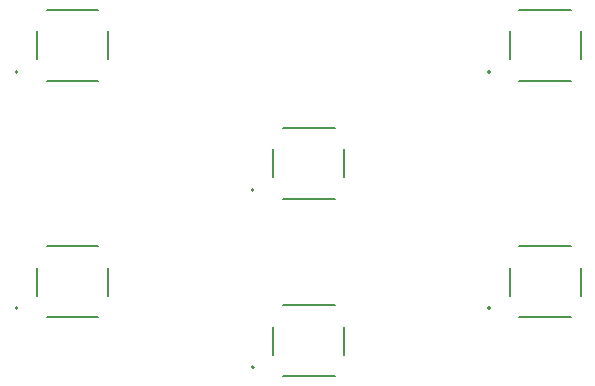
<source format=gbr>
%TF.GenerationSoftware,KiCad,Pcbnew,(6.0.9)*%
%TF.CreationDate,2023-03-01T09:46:18+01:00*%
%TF.ProjectId,input-panel,696e7075-742d-4706-916e-656c2e6b6963,rev?*%
%TF.SameCoordinates,Original*%
%TF.FileFunction,Legend,Top*%
%TF.FilePolarity,Positive*%
%FSLAX46Y46*%
G04 Gerber Fmt 4.6, Leading zero omitted, Abs format (unit mm)*
G04 Created by KiCad (PCBNEW (6.0.9)) date 2023-03-01 09:46:18*
%MOMM*%
%LPD*%
G01*
G04 APERTURE LIST*
%ADD10C,0.127000*%
%ADD11C,0.200000*%
G04 APERTURE END LIST*
D10*
%TO.C,S6*%
X160317500Y-79500000D02*
X164682500Y-79500000D01*
X160317500Y-85500000D02*
X164682500Y-85500000D01*
X159500000Y-81317500D02*
X159500000Y-83682500D01*
X165500000Y-81317500D02*
X165500000Y-83682500D01*
D11*
X157850000Y-84750000D02*
G75*
G03*
X157850000Y-84750000I-100000J0D01*
G01*
D10*
%TO.C,S5*%
X160317500Y-99500000D02*
X164682500Y-99500000D01*
X160317500Y-105500000D02*
X164682500Y-105500000D01*
X159500000Y-101317500D02*
X159500000Y-103682500D01*
X165500000Y-101317500D02*
X165500000Y-103682500D01*
D11*
X157850000Y-104750000D02*
G75*
G03*
X157850000Y-104750000I-100000J0D01*
G01*
D10*
%TO.C,S4*%
X120317500Y-99500000D02*
X124682500Y-99500000D01*
X120317500Y-105500000D02*
X124682500Y-105500000D01*
X119500000Y-101317500D02*
X119500000Y-103682500D01*
X125500000Y-101317500D02*
X125500000Y-103682500D01*
D11*
X117850000Y-104750000D02*
G75*
G03*
X117850000Y-104750000I-100000J0D01*
G01*
D10*
%TO.C,S3*%
X140317500Y-89500000D02*
X144682500Y-89500000D01*
X140317500Y-95500000D02*
X144682500Y-95500000D01*
X139500000Y-91317500D02*
X139500000Y-93682500D01*
X145500000Y-91317500D02*
X145500000Y-93682500D01*
D11*
X137850000Y-94750000D02*
G75*
G03*
X137850000Y-94750000I-100000J0D01*
G01*
D10*
%TO.C,S2*%
X140317500Y-104500000D02*
X144682500Y-104500000D01*
X140317500Y-110500000D02*
X144682500Y-110500000D01*
X139500000Y-106317500D02*
X139500000Y-108682500D01*
X145500000Y-106317500D02*
X145500000Y-108682500D01*
D11*
X137850000Y-109750000D02*
G75*
G03*
X137850000Y-109750000I-100000J0D01*
G01*
D10*
%TO.C,S1*%
X120317500Y-79500000D02*
X124682500Y-79500000D01*
X120317500Y-85500000D02*
X124682500Y-85500000D01*
X119500000Y-81317500D02*
X119500000Y-83682500D01*
X125500000Y-81317500D02*
X125500000Y-83682500D01*
D11*
X117850000Y-84750000D02*
G75*
G03*
X117850000Y-84750000I-100000J0D01*
G01*
%TD*%
M02*

</source>
